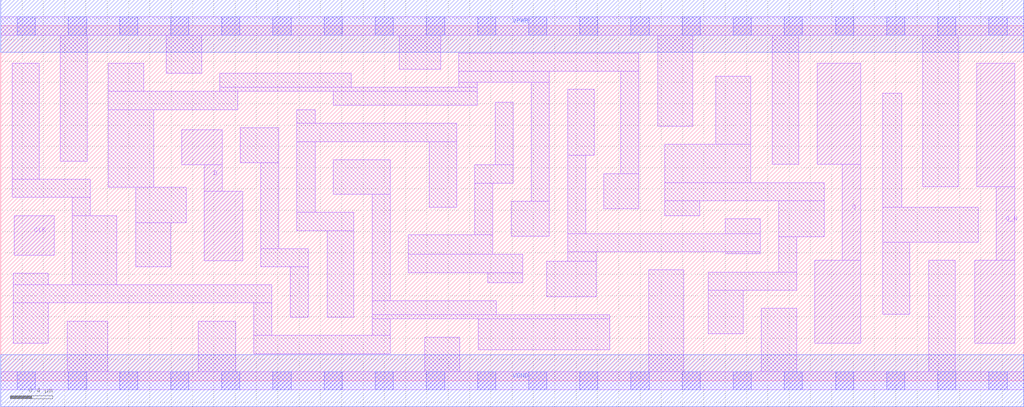
<source format=lef>
# Copyright 2020 The SkyWater PDK Authors
#
# Licensed under the Apache License, Version 2.0 (the "License");
# you may not use this file except in compliance with the License.
# You may obtain a copy of the License at
#
#     https://www.apache.org/licenses/LICENSE-2.0
#
# Unless required by applicable law or agreed to in writing, software
# distributed under the License is distributed on an "AS IS" BASIS,
# WITHOUT WARRANTIES OR CONDITIONS OF ANY KIND, either express or implied.
# See the License for the specific language governing permissions and
# limitations under the License.
#
# SPDX-License-Identifier: Apache-2.0

VERSION 5.5 ;
NAMESCASESENSITIVE ON ;
BUSBITCHARS "[]" ;
DIVIDERCHAR "/" ;
MACRO sky130_fd_sc_ls__dfxbp_1
  CLASS CORE ;
  SOURCE USER ;
  ORIGIN  0.000000  0.000000 ;
  SIZE  9.600000 BY  3.330000 ;
  SYMMETRY X Y ;
  SITE unit ;
  PIN D
    ANTENNAGATEAREA  0.126000 ;
    DIRECTION INPUT ;
    USE SIGNAL ;
    PORT
      LAYER li1 ;
        RECT 1.700000 2.025000 2.080000 2.355000 ;
        RECT 1.910000 1.125000 2.270000 1.780000 ;
        RECT 1.910000 1.780000 2.080000 2.025000 ;
    END
  END D
  PIN Q
    ANTENNADIFFAREA  0.530100 ;
    DIRECTION OUTPUT ;
    USE SIGNAL ;
    PORT
      LAYER li1 ;
        RECT 7.640000 0.350000 8.070000 1.130000 ;
        RECT 7.665000 2.030000 8.070000 2.980000 ;
        RECT 7.900000 1.130000 8.070000 2.030000 ;
    END
  END Q
  PIN Q_N
    ANTENNADIFFAREA  0.535700 ;
    DIRECTION OUTPUT ;
    USE SIGNAL ;
    PORT
      LAYER li1 ;
        RECT 9.140000 0.350000 9.515000 1.130000 ;
        RECT 9.160000 1.820000 9.515000 2.980000 ;
        RECT 9.345000 1.130000 9.515000 1.820000 ;
    END
  END Q_N
  PIN CLK
    ANTENNAGATEAREA  0.279000 ;
    DIRECTION INPUT ;
    USE CLOCK ;
    PORT
      LAYER li1 ;
        RECT 0.125000 1.180000 0.500000 1.550000 ;
    END
  END CLK
  PIN VGND
    DIRECTION INOUT ;
    SHAPE ABUTMENT ;
    USE GROUND ;
    PORT
      LAYER met1 ;
        RECT 0.000000 -0.245000 9.600000 0.245000 ;
    END
  END VGND
  PIN VPWR
    DIRECTION INOUT ;
    SHAPE ABUTMENT ;
    USE POWER ;
    PORT
      LAYER met1 ;
        RECT 0.000000 3.085000 9.600000 3.575000 ;
    END
  END VPWR
  OBS
    LAYER li1 ;
      RECT 0.000000 -0.085000 9.600000 0.085000 ;
      RECT 0.000000  3.245000 9.600000 3.415000 ;
      RECT 0.110000  1.720000 0.840000 1.890000 ;
      RECT 0.110000  1.890000 0.360000 2.980000 ;
      RECT 0.115000  0.350000 0.445000 0.730000 ;
      RECT 0.115000  0.730000 2.545000 0.900000 ;
      RECT 0.115000  0.900000 0.445000 1.010000 ;
      RECT 0.560000  2.060000 0.810000 3.245000 ;
      RECT 0.625000  0.085000 1.005000 0.560000 ;
      RECT 0.670000  0.900000 1.090000 1.550000 ;
      RECT 0.670000  1.550000 0.840000 1.720000 ;
      RECT 1.010000  1.815000 1.435000 2.545000 ;
      RECT 1.010000  2.545000 2.225000 2.715000 ;
      RECT 1.010000  2.715000 1.340000 2.980000 ;
      RECT 1.265000  1.070000 1.595000 1.485000 ;
      RECT 1.265000  1.485000 1.740000 1.815000 ;
      RECT 1.555000  2.885000 1.885000 3.245000 ;
      RECT 1.855000  0.085000 2.205000 0.560000 ;
      RECT 2.055000  2.715000 4.470000 2.755000 ;
      RECT 2.055000  2.755000 3.290000 2.885000 ;
      RECT 2.250000  2.045000 2.610000 2.375000 ;
      RECT 2.375000  0.255000 3.655000 0.425000 ;
      RECT 2.375000  0.425000 2.545000 0.730000 ;
      RECT 2.440000  1.070000 2.885000 1.240000 ;
      RECT 2.440000  1.240000 2.610000 2.045000 ;
      RECT 2.715000  0.595000 2.885000 1.070000 ;
      RECT 2.780000  1.410000 3.315000 1.580000 ;
      RECT 2.780000  1.580000 2.950000 2.245000 ;
      RECT 2.780000  2.245000 4.280000 2.415000 ;
      RECT 2.780000  2.415000 2.950000 2.545000 ;
      RECT 3.065000  0.595000 3.315000 1.410000 ;
      RECT 3.120000  1.750000 3.655000 2.075000 ;
      RECT 3.120000  2.585000 4.470000 2.715000 ;
      RECT 3.485000  0.425000 3.655000 0.580000 ;
      RECT 3.485000  0.580000 5.715000 0.620000 ;
      RECT 3.485000  0.620000 4.650000 0.750000 ;
      RECT 3.485000  0.750000 3.655000 1.750000 ;
      RECT 3.740000  2.925000 4.130000 3.245000 ;
      RECT 3.825000  1.015000 4.900000 1.185000 ;
      RECT 3.825000  1.185000 4.620000 1.370000 ;
      RECT 3.980000  0.085000 4.310000 0.410000 ;
      RECT 4.020000  1.630000 4.280000 2.245000 ;
      RECT 4.300000  2.755000 4.470000 2.800000 ;
      RECT 4.300000  2.800000 5.150000 2.905000 ;
      RECT 4.300000  2.905000 5.990000 3.075000 ;
      RECT 4.450000  1.370000 4.620000 1.855000 ;
      RECT 4.450000  1.855000 4.810000 2.025000 ;
      RECT 4.480000  0.290000 5.715000 0.580000 ;
      RECT 4.570000  0.920000 4.900000 1.015000 ;
      RECT 4.640000  2.025000 4.810000 2.615000 ;
      RECT 4.790000  1.355000 5.150000 1.685000 ;
      RECT 4.980000  1.685000 5.150000 2.800000 ;
      RECT 5.125000  0.790000 5.590000 1.120000 ;
      RECT 5.320000  1.120000 5.590000 1.210000 ;
      RECT 5.320000  1.210000 7.130000 1.380000 ;
      RECT 5.320000  1.380000 5.490000 2.115000 ;
      RECT 5.320000  2.115000 5.570000 2.735000 ;
      RECT 5.660000  1.615000 5.990000 1.945000 ;
      RECT 5.820000  1.945000 5.990000 2.905000 ;
      RECT 6.080000  0.085000 6.410000 1.040000 ;
      RECT 6.165000  2.390000 6.495000 3.245000 ;
      RECT 6.230000  1.550000 6.560000 1.690000 ;
      RECT 6.230000  1.690000 7.730000 1.860000 ;
      RECT 6.230000  1.860000 7.040000 2.220000 ;
      RECT 6.640000  0.440000 6.970000 0.850000 ;
      RECT 6.640000  0.850000 7.470000 1.020000 ;
      RECT 6.710000  2.220000 7.040000 2.860000 ;
      RECT 6.800000  1.190000 7.130000 1.210000 ;
      RECT 6.800000  1.380000 7.130000 1.520000 ;
      RECT 7.140000  0.085000 7.470000 0.680000 ;
      RECT 7.240000  2.030000 7.490000 3.245000 ;
      RECT 7.300000  1.020000 7.470000 1.350000 ;
      RECT 7.300000  1.350000 7.730000 1.690000 ;
      RECT 8.280000  0.625000 8.530000 1.300000 ;
      RECT 8.280000  1.300000 9.175000 1.630000 ;
      RECT 8.280000  1.630000 8.455000 2.700000 ;
      RECT 8.655000  1.820000 8.985000 3.245000 ;
      RECT 8.710000  0.085000 8.960000 1.130000 ;
    LAYER mcon ;
      RECT 0.155000 -0.085000 0.325000 0.085000 ;
      RECT 0.155000  3.245000 0.325000 3.415000 ;
      RECT 0.635000 -0.085000 0.805000 0.085000 ;
      RECT 0.635000  3.245000 0.805000 3.415000 ;
      RECT 1.115000 -0.085000 1.285000 0.085000 ;
      RECT 1.115000  3.245000 1.285000 3.415000 ;
      RECT 1.595000 -0.085000 1.765000 0.085000 ;
      RECT 1.595000  3.245000 1.765000 3.415000 ;
      RECT 2.075000 -0.085000 2.245000 0.085000 ;
      RECT 2.075000  3.245000 2.245000 3.415000 ;
      RECT 2.555000 -0.085000 2.725000 0.085000 ;
      RECT 2.555000  3.245000 2.725000 3.415000 ;
      RECT 3.035000 -0.085000 3.205000 0.085000 ;
      RECT 3.035000  3.245000 3.205000 3.415000 ;
      RECT 3.515000 -0.085000 3.685000 0.085000 ;
      RECT 3.515000  3.245000 3.685000 3.415000 ;
      RECT 3.995000 -0.085000 4.165000 0.085000 ;
      RECT 3.995000  3.245000 4.165000 3.415000 ;
      RECT 4.475000 -0.085000 4.645000 0.085000 ;
      RECT 4.475000  3.245000 4.645000 3.415000 ;
      RECT 4.955000 -0.085000 5.125000 0.085000 ;
      RECT 4.955000  3.245000 5.125000 3.415000 ;
      RECT 5.435000 -0.085000 5.605000 0.085000 ;
      RECT 5.435000  3.245000 5.605000 3.415000 ;
      RECT 5.915000 -0.085000 6.085000 0.085000 ;
      RECT 5.915000  3.245000 6.085000 3.415000 ;
      RECT 6.395000 -0.085000 6.565000 0.085000 ;
      RECT 6.395000  3.245000 6.565000 3.415000 ;
      RECT 6.875000 -0.085000 7.045000 0.085000 ;
      RECT 6.875000  3.245000 7.045000 3.415000 ;
      RECT 7.355000 -0.085000 7.525000 0.085000 ;
      RECT 7.355000  3.245000 7.525000 3.415000 ;
      RECT 7.835000 -0.085000 8.005000 0.085000 ;
      RECT 7.835000  3.245000 8.005000 3.415000 ;
      RECT 8.315000 -0.085000 8.485000 0.085000 ;
      RECT 8.315000  3.245000 8.485000 3.415000 ;
      RECT 8.795000 -0.085000 8.965000 0.085000 ;
      RECT 8.795000  3.245000 8.965000 3.415000 ;
      RECT 9.275000 -0.085000 9.445000 0.085000 ;
      RECT 9.275000  3.245000 9.445000 3.415000 ;
  END
END sky130_fd_sc_ls__dfxbp_1

</source>
